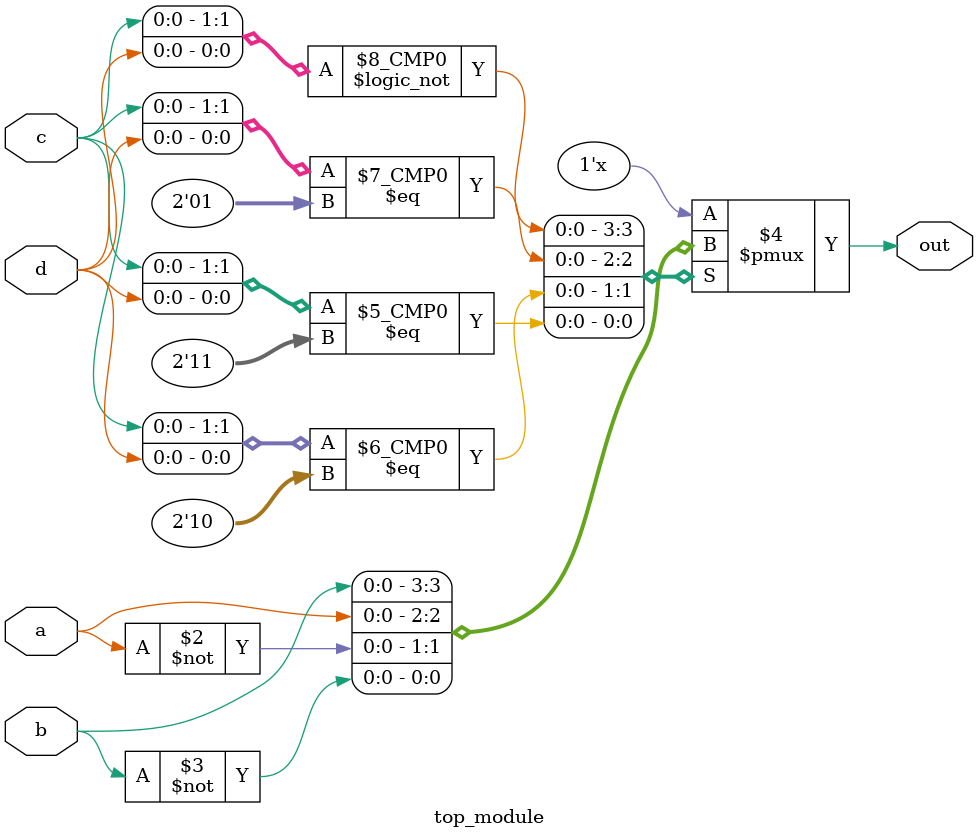
<source format=sv>
module top_module (
	input a, 
	input b,
	input c,
	input d,
	output reg out
);

always @(*) begin
	case ({c, d})
		2'b00: out = b;
		2'b01: out = a;
		2'b10: out = ~a;
		2'b11: out = ~b;
		default: out = 0; // To handle any undefined cases
	endcase
end

endmodule

</source>
